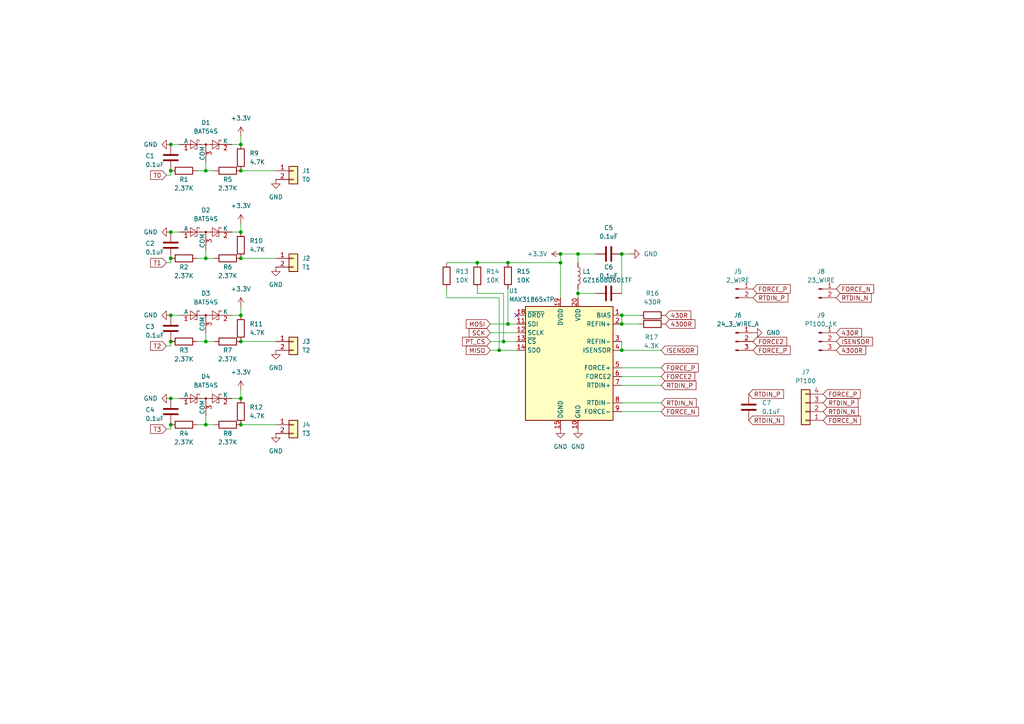
<source format=kicad_sch>
(kicad_sch (version 20231120) (generator "eeschema") (generator_version "8.0")
  (paper "A4")
  (title_block (title "CANBus Checkpoint") (date "2024-05-18") (rev "v1.0") (comment 1 "creativecommons.org/licenses/by-sa/4.0/") (comment 2 "License: CC BY-SA 4.0") (comment 3 "Author: Michael Smith"))
  (lib_symbols
    (symbol "Connector:Conn_01x02_Pin" (pin_names (offset 1.016) hide)
      (property "Reference" "J" (at 0 2.54 0))
      (property "Value" "Conn_01x02_Pin" (at 0 -5.08 0))
      (symbol "Conn_01x02_Pin_1_1"
        (polyline (pts (xy 1.27 -2.54) (xy 0.8636 -2.54)) (stroke (width 0.1524)))
        (polyline (pts (xy 1.27 0) (xy 0.8636 0)) (stroke (width 0.1524)))
        (rectangle (start 0.8636 -2.413) (end 0 -2.667) (stroke (width 0.1524)) (fill (type outline)))
        (rectangle (start 0.8636 0.127) (end 0 -0.127) (stroke (width 0.1524)) (fill (type outline)))
        (pin passive line (at 5.08 0 180) (length 3.81) (name "Pin_1") (number "1"))
        (pin passive line (at 5.08 -2.54 180) (length 3.81) (name "Pin_2") (number "2"))
      )
    )
    (symbol "Connector:Conn_01x03_Pin" (pin_names (offset 1.016) hide)
      (property "Reference" "J" (at 0 5.08 0))
      (property "Value" "Conn_01x03_Pin" (at 0 -5.08 0))
      (symbol "Conn_01x03_Pin_1_1"
        (polyline (pts (xy 1.27 -2.54) (xy 0.8636 -2.54)) (stroke (width 0.1524)))
        (polyline (pts (xy 1.27 0) (xy 0.8636 0)) (stroke (width 0.1524)))
        (polyline (pts (xy 1.27 2.54) (xy 0.8636 2.54)) (stroke (width 0.1524)))
        (rectangle (start 0.8636 -2.413) (end 0 -2.667) (stroke (width 0.1524)) (fill (type outline)))
        (rectangle (start 0.8636 0.127) (end 0 -0.127) (stroke (width 0.1524)) (fill (type outline)))
        (rectangle (start 0.8636 2.667) (end 0 2.413) (stroke (width 0.1524)) (fill (type outline)))
        (pin passive line (at 5.08 2.54 180) (length 3.81) (name "Pin_1") (number "1"))
        (pin passive line (at 5.08 0 180) (length 3.81) (name "Pin_2") (number "2"))
        (pin passive line (at 5.08 -2.54 180) (length 3.81) (name "Pin_3") (number "3"))
      )
    )
    (symbol "Connector_Generic:Conn_01x02" (pin_names (offset 1.016) hide)
      (property "Reference" "J" (at 0 2.54 0))
      (property "Value" "Conn_01x02" (at 0 -5.08 0))
      (symbol "Conn_01x02_1_1"
        (rectangle (start -1.27 -2.413) (end 0 -2.667) (stroke (width 0.1524)))
        (rectangle (start -1.27 0.127) (end 0 -0.127) (stroke (width 0.1524)))
        (rectangle (start -1.27 1.27) (end 1.27 -3.81) (stroke (width 0.254)) (fill (type background)))
        (pin passive line (at -5.08 0 0) (length 3.81) (name "Pin_1") (number "1"))
        (pin passive line (at -5.08 -2.54 0) (length 3.81) (name "Pin_2") (number "2"))
      )
    )
    (symbol "Connector_Generic:Conn_01x04" (pin_names (offset 1.016) hide)
      (property "Reference" "J" (at 0 5.08 0))
      (property "Value" "Conn_01x04" (at 0 -7.62 0))
      (symbol "Conn_01x04_1_1"
        (rectangle (start -1.27 -4.953) (end 0 -5.207) (stroke (width 0.1524)))
        (rectangle (start -1.27 -2.413) (end 0 -2.667) (stroke (width 0.1524)))
        (rectangle (start -1.27 0.127) (end 0 -0.127) (stroke (width 0.1524)))
        (rectangle (start -1.27 2.667) (end 0 2.413) (stroke (width 0.1524)))
        (rectangle (start -1.27 3.81) (end 1.27 -6.35) (stroke (width 0.254)) (fill (type background)))
        (pin passive line (at -5.08 2.54 0) (length 3.81) (name "Pin_1") (number "1"))
        (pin passive line (at -5.08 0 0) (length 3.81) (name "Pin_2") (number "2"))
        (pin passive line (at -5.08 -2.54 0) (length 3.81) (name "Pin_3") (number "3"))
        (pin passive line (at -5.08 -5.08 0) (length 3.81) (name "Pin_4") (number "4"))
      )
    )
    (symbol "Device:C" (pin_numbers hide) (pin_names (offset 0.254))
      (property "Reference" "C" (at 0.635 2.54 0))
      (property "Value" "C" (at 0.635 -2.54 0))
      (symbol "C_0_1"
        (polyline (pts (xy -2.032 -0.762) (xy 2.032 -0.762)) (stroke (width 0.508)))
        (polyline (pts (xy -2.032 0.762) (xy 2.032 0.762)) (stroke (width 0.508)))
      )
      (symbol "C_1_1"
        (pin passive line (at 0 3.81 270) (length 2.794) (name "~") (number "1"))
        (pin passive line (at 0 -3.81 90) (length 2.794) (name "~") (number "2"))
      )
    )
    (symbol "Device:L" (pin_numbers hide) (pin_names (offset 1.016) hide)
      (property "Reference" "L" (at -1.27 0 90))
      (property "Value" "L" (at 1.905 0 90))
      (symbol "L_0_1"
        (arc (start 0 -2.54) (mid 0.6323 -1.905) (end 0 -1.27))
        (arc (start 0 -1.27) (mid 0.6323 -0.635) (end 0 0))
        (arc (start 0 0) (mid 0.6323 0.635) (end 0 1.27))
        (arc (start 0 1.27) (mid 0.6323 1.905) (end 0 2.54))
      )
      (symbol "L_1_1"
        (pin passive line (at 0 3.81 270) (length 1.27) (name "1") (number "1"))
        (pin passive line (at 0 -3.81 90) (length 1.27) (name "2") (number "2"))
      )
    )
    (symbol "Device:R" (pin_numbers hide) (pin_names (offset 0))
      (property "Reference" "R" (at 2.032 0 90))
      (property "Value" "R" (at 0 0 90))
      (symbol "R_0_1"
        (rectangle (start -1.016 -2.54) (end 1.016 2.54) (stroke (width 0.254)))
      )
      (symbol "R_1_1"
        (pin passive line (at 0 3.81 270) (length 1.27) (name "~") (number "1"))
        (pin passive line (at 0 -3.81 90) (length 1.27) (name "~") (number "2"))
      )
    )
    (symbol "Diode:BAT54S" (pin_names (offset 0))
      (property "Reference" "D" (at 2.54 -5.08 0))
      (property "Value" "BAT54S" (at -6.35 3.175 0))
      (symbol "BAT54S_0_1"
        (polyline (pts (xy -3.81 0) (xy -1.27 0)))
        (polyline (pts (xy -3.175 -1.27) (xy -3.175 -1.016)))
        (polyline (pts (xy -2.54 -1.27) (xy -3.175 -1.27)))
        (polyline (pts (xy -2.54 -1.27) (xy -2.54 1.27)))
        (polyline (pts (xy -2.54 1.27) (xy -1.905 1.27)))
        (polyline (pts (xy -1.905 0) (xy 1.905 0)))
        (polyline (pts (xy -1.905 1.27) (xy -1.905 1.016)))
        (polyline (pts (xy 1.27 0) (xy 3.81 0)))
        (polyline (pts (xy 3.175 -1.27) (xy 3.175 -1.016)))
        (polyline (pts (xy 3.81 -1.27) (xy 3.175 -1.27)))
        (polyline (pts (xy 3.81 -1.27) (xy 3.81 1.27)))
        (polyline (pts (xy 3.81 1.27) (xy 4.445 1.27)))
        (polyline (pts (xy 4.445 1.27) (xy 4.445 1.016)))
        (polyline (pts (xy -4.445 1.27) (xy -4.445 -1.27) (xy -2.54 0) (xy -4.445 1.27)))
        (polyline (pts (xy 1.905 1.27) (xy 1.905 -1.27) (xy 3.81 0) (xy 1.905 1.27)))
        (circle (center 0 0) (radius 0.254) (fill (type outline)))
      )
      (symbol "BAT54S_1_1"
        (pin passive line (at -7.62 0 0) (length 3.81) (name "A") (number "1"))
        (pin passive line (at 7.62 0 180) (length 3.81) (name "K") (number "2"))
        (pin passive line (at 0 -5.08 90) (length 5.08) (name "COM") (number "3"))
      )
    )
    (symbol "Sensor_Temperature:MAX31865xTP"
      (property "Reference" "U" (at -11.43 19.05 0))
      (property "Value" "MAX31865xTP" (at 10.16 19.05 0))
      (symbol "MAX31865xTP_0_1"
        (rectangle (start -12.7 17.78) (end 12.7 -15.24) (stroke (width 0.254)) (fill (type background)))
      )
      (symbol "MAX31865xTP_1_1"
        (pin power_out line (at 15.24 15.24 180) (length 2.54) (name "BIAS") (number "1"))
        (pin power_in line (at 2.54 -17.78 90) (length 2.54) (name "GND") (number "10"))
        (pin input line (at -15.24 12.7 0) (length 2.54) (name "SDI") (number "11"))
        (pin input line (at -15.24 10.16 0) (length 2.54) (name "SCLK") (number "12"))
        (pin input line (at -15.24 7.62 0) (length 2.54) (name "~{CS}") (number "13"))
        (pin tri_state line (at -15.24 5.08 0) (length 2.54) (name "SDO") (number "14"))
        (pin power_in line (at -2.54 -17.78 90) (length 2.54) (name "DGND") (number "15"))
        (pin passive line (at 2.54 -17.78 90) (length 2.54) hide (name "GND") (number "16"))
        (pin no_connect line (at -12.7 -2.54 0) (length 2.54) hide (name "NC") (number "17"))
        (pin output line (at -15.24 15.24 0) (length 2.54) (name "~{DRDY}") (number "18"))
        (pin power_in line (at -2.54 20.32 270) (length 2.54) (name "DVDD") (number "19"))
        (pin input line (at 15.24 12.7 180) (length 2.54) (name "REFIN+") (number "2"))
        (pin power_in line (at 2.54 20.32 270) (length 2.54) (name "VDD") (number "20"))
        (pin passive line (at 2.54 -17.78 90) (length 2.54) hide (name "GND") (number "21"))
        (pin input line (at 15.24 7.62 180) (length 2.54) (name "REFIN-") (number "3"))
        (pin passive line (at 15.24 5.08 180) (length 2.54) (name "ISENSOR") (number "4"))
        (pin passive line (at 15.24 0 180) (length 2.54) (name "FORCE+") (number "5"))
        (pin input line (at 15.24 -2.54 180) (length 2.54) (name "FORCE2") (number "6"))
        (pin input line (at 15.24 -5.08 180) (length 2.54) (name "RTDIN+") (number "7"))
        (pin input line (at 15.24 -10.16 180) (length 2.54) (name "RTDIN-") (number "8"))
        (pin power_out line (at 15.24 -12.7 180) (length 2.54) (name "FORCE-") (number "9"))
      )
    )
    (symbol "power:+3.3V" (power) (pin_numbers hide) (pin_names (offset 0) hide)
      (property "Value" "+3.3V" (at 0 3.556 0))
      (symbol "+3.3V_0_1"
        (polyline (pts (xy -0.762 1.27) (xy 0 2.54)))
        (polyline (pts (xy 0 0) (xy 0 2.54)))
        (polyline (pts (xy 0 2.54) (xy 0.762 1.27)))
      )
      (symbol "+3.3V_1_1"
        (pin power_in line (at 0 0 90) (length 0) (name "~") (number "1"))
      )
    )
    (symbol "power:GND" (power) (pin_numbers hide) (pin_names (offset 0) hide)
      (property "Value" "GND" (at 0 -3.81 0))
      (symbol "GND_0_1"
        (polyline (pts (xy 0 0) (xy 0 -1.27) (xy 1.27 -1.27) (xy 0 -2.54) (xy -1.27 -1.27) (xy 0 -1.27)))
      )
      (symbol "GND_1_1"
        (pin power_in line (at 0 0 270) (length 0) (name "~") (number "1"))
      )
    )
  )
  (junction (at 59.69 74.93))
  (junction (at 49.53 74.93))
  (junction (at 49.53 115.57))
  (junction (at 180.34 93.98))
  (junction (at 138.43 76.2))
  (junction (at 69.85 91.44))
  (junction (at 59.69 99.06))
  (junction (at 147.32 76.2))
  (junction (at 49.53 91.44))
  (junction (at 162.56 76.2))
  (junction (at 69.85 74.93))
  (junction (at 180.34 73.66))
  (junction (at 180.34 91.44))
  (junction (at 69.85 99.06))
  (junction (at 144.78 101.6))
  (junction (at 49.53 49.53))
  (junction (at 167.64 73.66))
  (junction (at 59.69 49.53))
  (junction (at 147.32 93.98))
  (junction (at 146.05 99.06))
  (junction (at 49.53 99.06))
  (junction (at 49.53 123.19))
  (junction (at 69.85 115.57))
  (junction (at 162.56 73.66))
  (junction (at 69.85 49.53))
  (junction (at 69.85 67.31))
  (junction (at 180.34 101.6))
  (junction (at 49.53 41.91))
  (junction (at 69.85 41.91))
  (junction (at 59.69 123.19))
  (junction (at 167.64 85.09))
  (junction (at 49.53 67.31))
  (junction (at 69.85 123.19))
  (no_connect (at 149.86 91.44))
  (wire (pts (xy 147.32 93.98) (xy 149.86 93.98)))
  (wire (pts (xy 138.43 76.2) (xy 147.32 76.2)))
  (wire (pts (xy 59.69 120.65) (xy 59.69 123.19)))
  (wire (pts (xy 172.72 73.66) (xy 167.64 73.66)))
  (wire (pts (xy 67.31 115.57) (xy 69.85 115.57)))
  (wire (pts (xy 59.69 46.99) (xy 59.69 49.53)))
  (wire (pts (xy 167.64 73.66) (xy 167.64 76.2)))
  (wire (pts (xy 180.34 119.38) (xy 191.77 119.38)))
  (wire (pts (xy 57.15 49.53) (xy 59.69 49.53)))
  (wire (pts (xy 147.32 76.2) (xy 162.56 76.2)))
  (wire (pts (xy 180.34 111.76) (xy 191.77 111.76)))
  (wire (pts (xy 180.34 93.98) (xy 180.34 91.44)))
  (wire (pts (xy 59.69 99.06) (xy 62.23 99.06)))
  (wire (pts (xy 49.53 91.44) (xy 52.07 91.44)))
  (wire (pts (xy 49.53 41.91) (xy 52.07 41.91)))
  (wire (pts (xy 48.26 124.46) (xy 49.53 124.46)))
  (wire (pts (xy 180.34 73.66) (xy 182.88 73.66)))
  (wire (pts (xy 49.53 74.93) (xy 49.53 76.2)))
  (wire (pts (xy 49.53 123.19) (xy 49.53 124.46)))
  (wire (pts (xy 129.54 86.36) (xy 129.54 83.82)))
  (wire (pts (xy 59.69 49.53) (xy 62.23 49.53)))
  (wire (pts (xy 49.53 115.57) (xy 52.07 115.57)))
  (wire (pts (xy 167.64 83.82) (xy 167.64 85.09)))
  (wire (pts (xy 48.26 50.8) (xy 49.53 50.8)))
  (wire (pts (xy 69.85 39.37) (xy 69.85 41.91)))
  (wire (pts (xy 191.77 101.6) (xy 180.34 101.6)))
  (wire (pts (xy 59.69 96.52) (xy 59.69 99.06)))
  (wire (pts (xy 142.24 96.52) (xy 149.86 96.52)))
  (wire (pts (xy 57.15 74.93) (xy 59.69 74.93)))
  (wire (pts (xy 167.64 85.09) (xy 167.64 86.36)))
  (wire (pts (xy 69.85 74.93) (xy 80.01 74.93)))
  (wire (pts (xy 69.85 64.77) (xy 69.85 67.31)))
  (wire (pts (xy 180.34 73.66) (xy 180.34 85.09)))
  (wire (pts (xy 180.34 93.98) (xy 185.42 93.98)))
  (wire (pts (xy 69.85 113.03) (xy 69.85 115.57)))
  (wire (pts (xy 144.78 101.6) (xy 149.86 101.6)))
  (wire (pts (xy 162.56 76.2) (xy 162.56 86.36)))
  (wire (pts (xy 59.69 72.39) (xy 59.69 74.93)))
  (wire (pts (xy 57.15 123.19) (xy 59.69 123.19)))
  (wire (pts (xy 144.78 86.36) (xy 144.78 101.6)))
  (wire (pts (xy 180.34 106.68) (xy 191.77 106.68)))
  (wire (pts (xy 129.54 76.2) (xy 138.43 76.2)))
  (wire (pts (xy 180.34 91.44) (xy 185.42 91.44)))
  (wire (pts (xy 162.56 73.66) (xy 167.64 73.66)))
  (wire (pts (xy 59.69 123.19) (xy 62.23 123.19)))
  (wire (pts (xy 67.31 67.31) (xy 69.85 67.31)))
  (wire (pts (xy 142.24 101.6) (xy 144.78 101.6)))
  (wire (pts (xy 138.43 85.09) (xy 138.43 83.82)))
  (wire (pts (xy 180.34 116.84) (xy 191.77 116.84)))
  (wire (pts (xy 48.26 100.33) (xy 49.53 100.33)))
  (wire (pts (xy 67.31 91.44) (xy 69.85 91.44)))
  (wire (pts (xy 49.53 49.53) (xy 49.53 50.8)))
  (wire (pts (xy 69.85 99.06) (xy 80.01 99.06)))
  (wire (pts (xy 180.34 109.22) (xy 191.77 109.22)))
  (wire (pts (xy 142.24 93.98) (xy 147.32 93.98)))
  (wire (pts (xy 69.85 49.53) (xy 80.01 49.53)))
  (wire (pts (xy 146.05 85.09) (xy 138.43 85.09)))
  (wire (pts (xy 69.85 123.19) (xy 80.01 123.19)))
  (wire (pts (xy 146.05 85.09) (xy 146.05 99.06)))
  (wire (pts (xy 49.53 67.31) (xy 52.07 67.31)))
  (wire (pts (xy 144.78 86.36) (xy 129.54 86.36)))
  (wire (pts (xy 69.85 88.9) (xy 69.85 91.44)))
  (wire (pts (xy 142.24 99.06) (xy 146.05 99.06)))
  (wire (pts (xy 146.05 99.06) (xy 149.86 99.06)))
  (wire (pts (xy 48.26 76.2) (xy 49.53 76.2)))
  (wire (pts (xy 67.31 41.91) (xy 69.85 41.91)))
  (wire (pts (xy 180.34 101.6) (xy 180.34 99.06)))
  (wire (pts (xy 49.53 99.06) (xy 49.53 100.33)))
  (wire (pts (xy 147.32 83.82) (xy 147.32 93.98)))
  (wire (pts (xy 172.72 85.09) (xy 167.64 85.09)))
  (wire (pts (xy 57.15 99.06) (xy 59.69 99.06)))
  (wire (pts (xy 59.69 74.93) (xy 62.23 74.93)))
  (wire (pts (xy 162.56 73.66) (xy 162.56 76.2)))
  (global_label "FORCE_N" (shape input) (at 191.77 119.38 0) (property "Intersheetrefs" "${INTERSHEET_REFS}" (effects (hide yes))))
  (global_label "RTDIN_P" (shape input) (at 218.44 86.36 0) (property "Intersheetrefs" "${INTERSHEET_REFS}" (effects (hide yes))))
  (global_label "FORCE_N" (shape input) (at 242.57 83.82 0) (property "Intersheetrefs" "${INTERSHEET_REFS}" (effects (hide yes))))
  (global_label "FORCE_P" (shape input) (at 191.77 106.68 0) (property "Intersheetrefs" "${INTERSHEET_REFS}" (effects (hide yes))))
  (global_label "RTDIN_P" (shape input) (at 217.17 114.3 0) (property "Intersheetrefs" "${INTERSHEET_REFS}" (effects (hide yes))))
  (global_label "MOSI" (shape input) (at 142.24 93.98 180) (property "Intersheetrefs" "${INTERSHEET_REFS}" (effects (hide yes))))
  (global_label "RTDIN_N" (shape input) (at 191.77 116.84 0) (property "Intersheetrefs" "${INTERSHEET_REFS}" (effects (hide yes))))
  (global_label "T2" (shape input) (at 48.26 100.33 180) (property "Intersheetrefs" "${INTERSHEET_REFS}" (effects (hide yes))))
  (global_label "430R" (shape input) (at 242.57 96.52 0) (property "Intersheetrefs" "${INTERSHEET_REFS}" (effects (hide yes))))
  (global_label "FORCE2" (shape input) (at 191.77 109.22 0) (property "Intersheetrefs" "${INTERSHEET_REFS}" (effects (hide yes))))
  (global_label "RTDIN_N" (shape input) (at 242.57 86.36 0) (property "Intersheetrefs" "${INTERSHEET_REFS}" (effects (hide yes))))
  (global_label "RTDIN_P" (shape input) (at 238.76 116.84 0) (property "Intersheetrefs" "${INTERSHEET_REFS}" (effects (hide yes))))
  (global_label "RTDIN_N" (shape input) (at 238.76 119.38 0) (property "Intersheetrefs" "${INTERSHEET_REFS}" (effects (hide yes))))
  (global_label "T3" (shape input) (at 48.26 124.46 180) (property "Intersheetrefs" "${INTERSHEET_REFS}" (effects (hide yes))))
  (global_label "PT_CS" (shape input) (at 142.24 99.06 180) (property "Intersheetrefs" "${INTERSHEET_REFS}" (effects (hide yes))))
  (global_label "ISENSOR" (shape input) (at 191.77 101.6 0) (property "Intersheetrefs" "${INTERSHEET_REFS}" (effects (hide yes))))
  (global_label "FORCE_P" (shape input) (at 218.44 101.6 0) (property "Intersheetrefs" "${INTERSHEET_REFS}" (effects (hide yes))))
  (global_label "FORCE2" (shape input) (at 218.44 99.06 0) (property "Intersheetrefs" "${INTERSHEET_REFS}" (effects (hide yes))))
  (global_label "ISENSOR" (shape input) (at 242.57 99.06 0) (property "Intersheetrefs" "${INTERSHEET_REFS}" (effects (hide yes))))
  (global_label "RTDIN_P" (shape input) (at 191.77 111.76 0) (property "Intersheetrefs" "${INTERSHEET_REFS}" (effects (hide yes))))
  (global_label "MISO" (shape input) (at 142.24 101.6 180) (property "Intersheetrefs" "${INTERSHEET_REFS}" (effects (hide yes))))
  (global_label "T1" (shape input) (at 48.26 76.2 180) (property "Intersheetrefs" "${INTERSHEET_REFS}" (effects (hide yes))))
  (global_label "4300R" (shape input) (at 242.57 101.6 0) (property "Intersheetrefs" "${INTERSHEET_REFS}" (effects (hide yes))))
  (global_label "FORCE_P" (shape input) (at 238.76 114.3 0) (property "Intersheetrefs" "${INTERSHEET_REFS}" (effects (hide yes))))
  (global_label "4300R" (shape input) (at 193.04 93.98 0) (property "Intersheetrefs" "${INTERSHEET_REFS}" (effects (hide yes))))
  (global_label "T0" (shape input) (at 48.26 50.8 180) (property "Intersheetrefs" "${INTERSHEET_REFS}" (effects (hide yes))))
  (global_label "RTDIN_N" (shape input) (at 217.17 121.92 0) (property "Intersheetrefs" "${INTERSHEET_REFS}" (effects (hide yes))))
  (global_label "SCK" (shape input) (at 142.24 96.52 180) (property "Intersheetrefs" "${INTERSHEET_REFS}" (effects (hide yes))))
  (global_label "430R" (shape input) (at 193.04 91.44 0) (property "Intersheetrefs" "${INTERSHEET_REFS}" (effects (hide yes))))
  (global_label "FORCE_P" (shape input) (at 218.44 83.82 0) (property "Intersheetrefs" "${INTERSHEET_REFS}" (effects (hide yes))))
  (global_label "FORCE_N" (shape input) (at 238.76 121.92 0) (property "Intersheetrefs" "${INTERSHEET_REFS}" (effects (hide yes))))
  (symbol (lib_id "power:+3.3V") (at 69.85 39.37 0) (unit 1)
    (property "Reference" "#PWR05" (effects (hide yes)))
    (property "Value" "+3.3V" (at 69.85 34.29 0))
    (property "Description" "Power symbol creates a global label with name \"+3.3V\"" (effects (hide yes)))
  )
  (symbol (lib_id "Device:R") (at 138.43 80.01 0) (unit 1)
    (property "Reference" "R14" (at 140.97 78.7399 0) (effects (justify left)))
    (property "Value" "10K" (at 140.97 81.2799 0) (effects (justify left)))
    (property "Footprint" "Resistor_SMD:R_0603_1608Metric" (effects (hide yes)))
    (property "Description" "Resistor" (effects (hide yes)))
  )
  (symbol (lib_id "power:GND") (at 218.44 96.52 90) (unit 1)
    (property "Reference" "#PWR017" (effects (hide yes)))
    (property "Value" "GND" (at 222.25 96.5199 90) (effects (justify right)))
    (property "Description" "Power symbol creates a global label with name \"GND\" , ground" (effects (hide yes)))
  )
  (symbol (lib_id "Device:C") (at 217.17 118.11 0) (unit 1)
    (property "Reference" "C7" (at 220.98 116.8399 0) (effects (justify left)))
    (property "Value" "0.1uF" (at 220.98 119.3799 0) (effects (justify left)))
    (property "Footprint" "Capacitor_SMD:C_0402_1005Metric" (effects (hide yes)))
    (property "Description" "Unpolarized capacitor" (effects (hide yes)))
  )
  (symbol (lib_id "Device:R") (at 53.34 74.93 90) (unit 1)
    (property "Reference" "R2" (at 53.34 77.47 90))
    (property "Value" "2.37K" (at 53.34 80.01 90))
    (property "Footprint" "Resistor_SMD:R_0603_1608Metric" (effects (hide yes)))
    (property "Description" "Resistor" (effects (hide yes)))
  )
  (symbol (lib_id "Device:R") (at 66.04 123.19 90) (unit 1)
    (property "Reference" "R8" (at 66.04 125.73 90))
    (property "Value" "2.37K" (at 66.04 128.27 90))
    (property "Footprint" "Resistor_SMD:R_0603_1608Metric" (effects (hide yes)))
    (property "Description" "Resistor" (effects (hide yes)))
  )
  (symbol (lib_id "power:+3.3V") (at 69.85 88.9 0) (unit 1)
    (property "Reference" "#PWR07" (effects (hide yes)))
    (property "Value" "+3.3V" (at 69.85 83.82 0))
    (property "Description" "Power symbol creates a global label with name \"+3.3V\"" (effects (hide yes)))
  )
  (symbol (lib_id "Connector:Conn_01x03_Pin") (at 237.49 99.06 0) (unit 1)
    (property "Reference" "J9" (at 238.125 91.44 0))
    (property "Value" "PT100_1K" (at 238.125 93.98 0))
    (property "Footprint" "Connector_PinHeader_2.54mm:PinHeader_1x03_P2.54mm_Vertical" (effects (hide yes)))
    (property "Description" "Generic connector, single row, 01x03, script generated" (effects (hide yes)))
  )
  (symbol (lib_id "Device:R") (at 53.34 123.19 90) (unit 1)
    (property "Reference" "R4" (at 53.34 125.73 90))
    (property "Value" "2.37K" (at 53.34 128.27 90))
    (property "Footprint" "Resistor_SMD:R_0603_1608Metric" (effects (hide yes)))
    (property "Description" "Resistor" (effects (hide yes)))
  )
  (symbol (lib_id "Diode:BAT54S") (at 59.69 91.44 0) (unit 1)
    (property "Reference" "D3" (at 59.69 85.09 0))
    (property "Value" "BAT54S" (at 59.69 87.63 0))
    (property "Footprint" "Package_TO_SOT_SMD:SOT-23" (effects (hide yes)))
    (property "Datasheet" "https://www.diodes.com/assets/Datasheets/ds11005.pdf" (effects (hide yes)))
    (property "Description" "Vr 30V, If 200mA, Dual schottky barrier diode, in series, SOT-323" (effects (hide yes)))
  )
  (symbol (lib_id "Diode:BAT54S") (at 59.69 67.31 0) (unit 1)
    (property "Reference" "D2" (at 59.69 60.96 0))
    (property "Value" "BAT54S" (at 59.69 63.5 0))
    (property "Footprint" "Package_TO_SOT_SMD:SOT-23" (effects (hide yes)))
    (property "Datasheet" "https://www.diodes.com/assets/Datasheets/ds11005.pdf" (effects (hide yes)))
    (property "Description" "Vr 30V, If 200mA, Dual schottky barrier diode, in series, SOT-323" (effects (hide yes)))
  )
  (symbol (lib_id "Device:R") (at 69.85 71.12 0) (unit 1)
    (property "Reference" "R10" (at 72.39 69.8499 0) (effects (justify left)))
    (property "Value" "4.7K" (at 72.39 72.3899 0) (effects (justify left)))
    (property "Footprint" "Resistor_SMD:R_0603_1608Metric" (effects (hide yes)))
    (property "Description" "Resistor" (effects (hide yes)))
  )
  (symbol (lib_id "Device:R") (at 53.34 99.06 90) (unit 1)
    (property "Reference" "R3" (at 53.34 101.6 90))
    (property "Value" "2.37K" (at 53.34 104.14 90))
    (property "Footprint" "Resistor_SMD:R_0603_1608Metric" (effects (hide yes)))
    (property "Description" "Resistor" (effects (hide yes)))
  )
  (symbol (lib_id "Device:R") (at 66.04 49.53 90) (unit 1)
    (property "Reference" "R5" (at 66.04 52.07 90))
    (property "Value" "2.37K" (at 66.04 54.61 90))
    (property "Footprint" "Resistor_SMD:R_0603_1608Metric" (effects (hide yes)))
    (property "Description" "Resistor" (effects (hide yes)))
  )
  (symbol (lib_id "Diode:BAT54S") (at 59.69 115.57 0) (unit 1)
    (property "Reference" "D4" (at 59.69 109.22 0))
    (property "Value" "BAT54S" (at 59.69 111.76 0))
    (property "Footprint" "Package_TO_SOT_SMD:SOT-23" (effects (hide yes)))
    (property "Datasheet" "https://www.diodes.com/assets/Datasheets/ds11005.pdf" (effects (hide yes)))
    (property "Description" "Vr 30V, If 200mA, Dual schottky barrier diode, in series, SOT-323" (effects (hide yes)))
  )
  (symbol (lib_id "Device:R") (at 66.04 99.06 90) (unit 1)
    (property "Reference" "R7" (at 66.04 101.6 90))
    (property "Value" "2.37K" (at 66.04 104.14 90))
    (property "Footprint" "Resistor_SMD:R_0603_1608Metric" (effects (hide yes)))
    (property "Description" "Resistor" (effects (hide yes)))
  )
  (symbol (lib_id "Sensor_Temperature:MAX31865xTP") (at 165.1 106.68 0) (unit 1)
    (property "Reference" "U1" (at 147.574 84.328 0) (effects (justify left)))
    (property "Value" "MAX31865xTP" (at 147.574 86.868 0) (effects (justify left)))
    (property "Footprint" "Package_DFN_QFN:TQFN-20-1EP_5x5mm_P0.65mm_EP3.25x3.25mm" (effects (hide yes)))
    (property "Datasheet" "https://datasheets.maximintegrated.com/en/ds/MAX31865.pdf" (effects (hide yes)))
    (property "Description" "RTD-to-Digital Converter, TQFN-20" (effects (hide yes)))
  )
  (symbol (lib_id "power:GND") (at 182.88 73.66 90) (unit 1)
    (property "Reference" "#PWR016" (effects (hide yes)))
    (property "Value" "GND" (at 186.69 73.6599 90) (effects (justify right)))
    (property "Description" "Power symbol creates a global label with name \"GND\" , ground" (effects (hide yes)))
  )
  (symbol (lib_id "Diode:BAT54S") (at 59.69 41.91 0) (unit 1)
    (property "Reference" "D1" (at 59.69 35.56 0))
    (property "Value" "BAT54S" (at 59.69 38.1 0))
    (property "Footprint" "Package_TO_SOT_SMD:SOT-23" (effects (hide yes)))
    (property "Datasheet" "https://www.diodes.com/assets/Datasheets/ds11005.pdf" (effects (hide yes)))
    (property "Description" "Vr 30V, If 200mA, Dual schottky barrier diode, in series, SOT-323" (effects (hide yes)))
  )
  (symbol (lib_id "power:GND") (at 162.56 124.46 0) (unit 1)
    (property "Reference" "#PWR014" (effects (hide yes)))
    (property "Value" "GND" (at 162.56 129.54 0))
    (property "Description" "Power symbol creates a global label with name \"GND\" , ground" (effects (hide yes)))
  )
  (symbol (lib_id "power:GND") (at 80.01 125.73 0) (unit 1)
    (property "Reference" "#PWR012" (effects (hide yes)))
    (property "Value" "GND" (at 80.01 130.81 0))
    (property "Description" "Power symbol creates a global label with name \"GND\" , ground" (effects (hide yes)))
  )
  (symbol (lib_id "Device:R") (at 69.85 45.72 0) (unit 1)
    (property "Reference" "R9" (at 72.39 44.4499 0) (effects (justify left)))
    (property "Value" "4.7K" (at 72.39 46.9899 0) (effects (justify left)))
    (property "Footprint" "Resistor_SMD:R_0603_1608Metric" (effects (hide yes)))
    (property "Description" "Resistor" (effects (hide yes)))
  )
  (symbol (lib_id "power:GND") (at 80.01 52.07 0) (unit 1)
    (property "Reference" "#PWR09" (effects (hide yes)))
    (property "Value" "GND" (at 80.01 57.15 0))
    (property "Description" "Power symbol creates a global label with name \"GND\" , ground" (effects (hide yes)))
  )
  (symbol (lib_id "power:GND") (at 49.53 115.57 270) (unit 1)
    (property "Reference" "#PWR04" (effects (hide yes)))
    (property "Value" "GND" (at 45.72 115.5699 90) (effects (justify right)))
    (property "Description" "Power symbol creates a global label with name \"GND\" , ground" (effects (hide yes)))
  )
  (symbol (lib_id "Connector_Generic:Conn_01x02") (at 85.09 99.06 0) (unit 1)
    (property "Reference" "J3" (at 87.63 99.0599 0) (effects (justify left)))
    (property "Value" "T2" (at 87.63 101.5999 0) (effects (justify left)))
    (property "Footprint" "Connector_JST:JST_XH_B2B-XH-A_1x02_P2.50mm_Vertical" (effects (hide yes)))
    (property "Description" "Generic connector, single row, 01x02, script generated (kicad-library-utils/schlib/autogen/connector/)" (effects (hide yes)))
  )
  (symbol (lib_id "power:GND") (at 167.64 124.46 0) (unit 1)
    (property "Reference" "#PWR015" (effects (hide yes)))
    (property "Value" "GND" (at 167.64 129.54 0))
    (property "Description" "Power symbol creates a global label with name \"GND\" , ground" (effects (hide yes)))
  )
  (symbol (lib_id "power:+3.3V") (at 69.85 64.77 0) (unit 1)
    (property "Reference" "#PWR06" (effects (hide yes)))
    (property "Value" "+3.3V" (at 69.85 59.69 0))
    (property "Description" "Power symbol creates a global label with name \"+3.3V\"" (effects (hide yes)))
  )
  (symbol (lib_id "Device:C") (at 49.53 95.25 180) (unit 1)
    (property "Reference" "C3" (at 42.164 94.742 0) (effects (justify right)))
    (property "Value" "0.1uF" (at 42.164 97.282 0) (effects (justify right)))
    (property "Footprint" "Capacitor_SMD:C_0402_1005Metric" (effects (hide yes)))
    (property "Description" "Unpolarized capacitor" (effects (hide yes)))
  )
  (symbol (lib_id "power:GND") (at 80.01 77.47 0) (unit 1)
    (property "Reference" "#PWR010" (effects (hide yes)))
    (property "Value" "GND" (at 80.01 82.55 0))
    (property "Description" "Power symbol creates a global label with name \"GND\" , ground" (effects (hide yes)))
  )
  (symbol (lib_id "Device:R") (at 69.85 119.38 0) (unit 1)
    (property "Reference" "R12" (at 72.39 118.1099 0) (effects (justify left)))
    (property "Value" "4.7K" (at 72.39 120.6499 0) (effects (justify left)))
    (property "Footprint" "Resistor_SMD:R_0603_1608Metric" (effects (hide yes)))
    (property "Description" "Resistor" (effects (hide yes)))
  )
  (symbol (lib_id "power:GND") (at 49.53 41.91 270) (unit 1)
    (property "Reference" "#PWR01" (effects (hide yes)))
    (property "Value" "GND" (at 45.72 41.9099 90) (effects (justify right)))
    (property "Description" "Power symbol creates a global label with name \"GND\" , ground" (effects (hide yes)))
  )
  (symbol (lib_id "Connector:Conn_01x02_Pin") (at 237.49 83.82 0) (unit 1)
    (property "Reference" "J8" (at 238.125 78.74 0))
    (property "Value" "23_WIRE" (at 238.125 81.28 0))
    (property "Footprint" "Connector_PinHeader_2.54mm:PinHeader_1x02_P2.54mm_Vertical" (effects (hide yes)))
    (property "Description" "Generic connector, single row, 01x02, script generated" (effects (hide yes)))
  )
  (symbol (lib_id "Connector_Generic:Conn_01x02") (at 85.09 123.19 0) (unit 1)
    (property "Reference" "J4" (at 87.63 123.1899 0) (effects (justify left)))
    (property "Value" "T3" (at 87.63 125.7299 0) (effects (justify left)))
    (property "Footprint" "Connector_JST:JST_XH_B2B-XH-A_1x02_P2.50mm_Vertical" (effects (hide yes)))
    (property "Description" "Generic connector, single row, 01x02, script generated (kicad-library-utils/schlib/autogen/connector/)" (effects (hide yes)))
  )
  (symbol (lib_id "Device:C") (at 49.53 119.38 180) (unit 1)
    (property "Reference" "C4" (at 42.164 118.872 0) (effects (justify right)))
    (property "Value" "0.1uF" (at 42.164 121.412 0) (effects (justify right)))
    (property "Footprint" "Capacitor_SMD:C_0402_1005Metric" (effects (hide yes)))
    (property "Description" "Unpolarized capacitor" (effects (hide yes)))
  )
  (symbol (lib_id "Device:R") (at 53.34 49.53 90) (unit 1)
    (property "Reference" "R1" (at 53.34 52.07 90))
    (property "Value" "2.37K" (at 53.34 54.61 90))
    (property "Footprint" "Resistor_SMD:R_0603_1608Metric" (effects (hide yes)))
    (property "Description" "Resistor" (effects (hide yes)))
  )
  (symbol (lib_id "Connector:Conn_01x02_Pin") (at 213.36 83.82 0) (unit 1)
    (property "Reference" "J5" (at 213.995 78.74 0))
    (property "Value" "2_WIRE" (at 213.995 81.28 0))
    (property "Footprint" "Connector_PinHeader_2.54mm:PinHeader_1x02_P2.54mm_Vertical" (effects (hide yes)))
    (property "Description" "Generic connector, single row, 01x02, script generated" (effects (hide yes)))
  )
  (symbol (lib_id "Device:R") (at 147.32 80.01 0) (unit 1)
    (property "Reference" "R15" (at 149.86 78.7399 0) (effects (justify left)))
    (property "Value" "10K" (at 149.86 81.2799 0) (effects (justify left)))
    (property "Footprint" "Resistor_SMD:R_0603_1608Metric" (effects (hide yes)))
    (property "Description" "Resistor" (effects (hide yes)))
  )
  (symbol (lib_id "Device:C") (at 49.53 45.72 180) (unit 1)
    (property "Reference" "C1" (at 42.164 45.212 0) (effects (justify right)))
    (property "Value" "0.1uF" (at 42.164 47.752 0) (effects (justify right)))
    (property "Footprint" "Capacitor_SMD:C_0402_1005Metric" (effects (hide yes)))
    (property "Description" "Unpolarized capacitor" (effects (hide yes)))
  )
  (symbol (lib_id "power:+3.3V") (at 69.85 113.03 0) (unit 1)
    (property "Reference" "#PWR08" (effects (hide yes)))
    (property "Value" "+3.3V" (at 69.85 107.95 0))
    (property "Description" "Power symbol creates a global label with name \"+3.3V\"" (effects (hide yes)))
  )
  (symbol (lib_id "power:GND") (at 80.01 101.6 0) (unit 1)
    (property "Reference" "#PWR011" (effects (hide yes)))
    (property "Value" "GND" (at 80.01 106.68 0))
    (property "Description" "Power symbol creates a global label with name \"GND\" , ground" (effects (hide yes)))
  )
  (symbol (lib_id "Connector_Generic:Conn_01x04") (at 233.68 119.38 180) (unit 1)
    (property "Reference" "J7" (at 233.68 107.95 0))
    (property "Value" "PT100" (at 233.68 110.49 0))
    (property "Footprint" "Connector_JST:JST_XH_B4B-XH-A_1x04_P2.50mm_Vertical" (effects (hide yes)))
    (property "Description" "Generic connector, single row, 01x04, script generated (kicad-library-utils/schlib/autogen/connector/)" (effects (hide yes)))
  )
  (symbol (lib_id "Device:C") (at 176.53 73.66 90) (unit 1)
    (property "Reference" "C5" (at 176.53 66.04 90))
    (property "Value" "0.1uF" (at 176.53 68.58 90))
    (property "Footprint" "Capacitor_SMD:C_0402_1005Metric" (effects (hide yes)))
    (property "Description" "Unpolarized capacitor" (effects (hide yes)))
  )
  (symbol (lib_id "Connector_Generic:Conn_01x02") (at 85.09 49.53 0) (unit 1)
    (property "Reference" "J1" (at 87.63 49.5299 0) (effects (justify left)))
    (property "Value" "T0" (at 87.63 52.0699 0) (effects (justify left)))
    (property "Footprint" "Connector_JST:JST_XH_B2B-XH-A_1x02_P2.50mm_Vertical" (effects (hide yes)))
    (property "Description" "Generic connector, single row, 01x02, script generated (kicad-library-utils/schlib/autogen/connector/)" (effects (hide yes)))
  )
  (symbol (lib_id "Connector_Generic:Conn_01x02") (at 85.09 74.93 0) (unit 1)
    (property "Reference" "J2" (at 87.63 74.9299 0) (effects (justify left)))
    (property "Value" "T1" (at 87.63 77.4699 0) (effects (justify left)))
    (property "Footprint" "Connector_JST:JST_XH_B2B-XH-A_1x02_P2.50mm_Vertical" (effects (hide yes)))
    (property "Description" "Generic connector, single row, 01x02, script generated (kicad-library-utils/schlib/autogen/connector/)" (effects (hide yes)))
  )
  (symbol (lib_id "Device:L") (at 167.64 80.01 0) (unit 1)
    (property "Reference" "L1" (at 168.91 78.7399 0) (effects (justify left)))
    (property "Value" "GZ1608D601TF" (at 168.91 81.2799 0) (effects (justify left)))
    (property "Footprint" "Inductor_SMD:L_0603_1608Metric" (effects (hide yes)))
    (property "Description" "Inductor" (effects (hide yes)))
  )
  (symbol (lib_id "power:GND") (at 49.53 91.44 270) (unit 1)
    (property "Reference" "#PWR03" (effects (hide yes)))
    (property "Value" "GND" (at 45.72 91.4399 90) (effects (justify right)))
    (property "Description" "Power symbol creates a global label with name \"GND\" , ground" (effects (hide yes)))
  )
  (symbol (lib_id "power:+3.3V") (at 162.56 73.66 90) (unit 1)
    (property "Reference" "#PWR013" (effects (hide yes)))
    (property "Value" "+3.3V" (at 158.75 73.6599 90) (effects (justify left)))
    (property "Description" "Power symbol creates a global label with name \"+3.3V\"" (effects (hide yes)))
  )
  (symbol (lib_id "power:GND") (at 49.53 67.31 270) (unit 1)
    (property "Reference" "#PWR02" (effects (hide yes)))
    (property "Value" "GND" (at 45.72 67.3099 90) (effects (justify right)))
    (property "Description" "Power symbol creates a global label with name \"GND\" , ground" (effects (hide yes)))
  )
  (symbol (lib_id "Device:R") (at 189.23 91.44 90) (unit 1)
    (property "Reference" "R16" (at 189.23 85.09 90))
    (property "Value" "430R" (at 189.23 87.63 90))
    (property "Footprint" "Resistor_SMD:R_0603_1608Metric" (effects (hide yes)))
    (property "Description" "Resistor" (effects (hide yes)))
  )
  (symbol (lib_id "Device:C") (at 176.53 85.09 90) (unit 1)
    (property "Reference" "C6" (at 176.53 77.47 90))
    (property "Value" "0.1uF" (at 176.53 80.01 90))
    (property "Footprint" "Capacitor_SMD:C_0402_1005Metric" (effects (hide yes)))
    (property "Description" "Unpolarized capacitor" (effects (hide yes)))
  )
  (symbol (lib_id "Device:R") (at 129.54 80.01 0) (unit 1)
    (property "Reference" "R13" (at 132.08 78.7399 0) (effects (justify left)))
    (property "Value" "10K" (at 132.08 81.2799 0) (effects (justify left)))
    (property "Footprint" "Resistor_SMD:R_0603_1608Metric" (effects (hide yes)))
    (property "Description" "Resistor" (effects (hide yes)))
  )
  (symbol (lib_id "Device:R") (at 69.85 95.25 0) (unit 1)
    (property "Reference" "R11" (at 72.39 93.9799 0) (effects (justify left)))
    (property "Value" "4.7K" (at 72.39 96.5199 0) (effects (justify left)))
    (property "Footprint" "Resistor_SMD:R_0603_1608Metric" (effects (hide yes)))
    (property "Description" "Resistor" (effects (hide yes)))
  )
  (symbol (lib_id "Connector:Conn_01x03_Pin") (at 213.36 99.06 0) (unit 1)
    (property "Reference" "J6" (at 213.995 91.44 0))
    (property "Value" "24_3_WIRE_A" (at 213.995 93.98 0))
    (property "Footprint" "Connector_PinHeader_2.54mm:PinHeader_1x03_P2.54mm_Vertical" (effects (hide yes)))
    (property "Description" "Generic connector, single row, 01x03, script generated" (effects (hide yes)))
  )
  (symbol (lib_id "Device:R") (at 189.23 93.98 90) (unit 1)
    (property "Reference" "R17" (at 188.976 97.79 90))
    (property "Value" "4.3K" (at 188.976 100.33 90))
    (property "Footprint" "Resistor_SMD:R_0603_1608Metric" (effects (hide yes)))
    (property "Description" "Resistor" (effects (hide yes)))
  )
  (symbol (lib_id "Device:C") (at 49.53 71.12 180) (unit 1)
    (property "Reference" "C2" (at 42.164 70.612 0) (effects (justify right)))
    (property "Value" "0.1uF" (at 42.164 73.152 0) (effects (justify right)))
    (property "Footprint" "Capacitor_SMD:C_0402_1005Metric" (effects (hide yes)))
    (property "Description" "Unpolarized capacitor" (effects (hide yes)))
  )
  (symbol (lib_id "Device:R") (at 66.04 74.93 90) (unit 1)
    (property "Reference" "R6" (at 66.04 77.47 90))
    (property "Value" "2.37K" (at 66.04 80.01 90))
    (property "Footprint" "Resistor_SMD:R_0603_1608Metric" (effects (hide yes)))
    (property "Description" "Resistor" (effects (hide yes)))
  )
)
</source>
